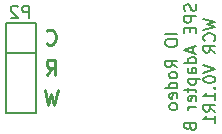
<source format=gbr>
%TF.GenerationSoftware,KiCad,Pcbnew,7.0.10-7.0.10~ubuntu22.04.1*%
%TF.CreationDate,2024-09-08T18:38:02-07:00*%
%TF.ProjectId,SPE_adapter_B_WCR,5350455f-6164-4617-9074-65725f425f57,rev?*%
%TF.SameCoordinates,Original*%
%TF.FileFunction,Legend,Bot*%
%TF.FilePolarity,Positive*%
%FSLAX46Y46*%
G04 Gerber Fmt 4.6, Leading zero omitted, Abs format (unit mm)*
G04 Created by KiCad (PCBNEW 7.0.10-7.0.10~ubuntu22.04.1) date 2024-09-08 18:38:02*
%MOMM*%
%LPD*%
G01*
G04 APERTURE LIST*
%ADD10C,0.254000*%
%ADD11C,0.200000*%
%ADD12C,0.152400*%
G04 APERTURE END LIST*
D10*
X108675714Y-116144318D02*
X108978095Y-117414318D01*
X108978095Y-117414318D02*
X109220000Y-116507175D01*
X109220000Y-116507175D02*
X109461905Y-117414318D01*
X109461905Y-117414318D02*
X109764286Y-116144318D01*
X108826904Y-112213365D02*
X108887380Y-112273842D01*
X108887380Y-112273842D02*
X109068809Y-112334318D01*
X109068809Y-112334318D02*
X109189761Y-112334318D01*
X109189761Y-112334318D02*
X109371190Y-112273842D01*
X109371190Y-112273842D02*
X109492142Y-112152889D01*
X109492142Y-112152889D02*
X109552619Y-112031937D01*
X109552619Y-112031937D02*
X109613095Y-111790032D01*
X109613095Y-111790032D02*
X109613095Y-111608603D01*
X109613095Y-111608603D02*
X109552619Y-111366699D01*
X109552619Y-111366699D02*
X109492142Y-111245746D01*
X109492142Y-111245746D02*
X109371190Y-111124794D01*
X109371190Y-111124794D02*
X109189761Y-111064318D01*
X109189761Y-111064318D02*
X109068809Y-111064318D01*
X109068809Y-111064318D02*
X108887380Y-111124794D01*
X108887380Y-111124794D02*
X108826904Y-111185270D01*
D11*
X119892219Y-111409524D02*
X118892219Y-111409524D01*
X118892219Y-112076190D02*
X118892219Y-112266666D01*
X118892219Y-112266666D02*
X118939838Y-112361904D01*
X118939838Y-112361904D02*
X119035076Y-112457142D01*
X119035076Y-112457142D02*
X119225552Y-112504761D01*
X119225552Y-112504761D02*
X119558885Y-112504761D01*
X119558885Y-112504761D02*
X119749361Y-112457142D01*
X119749361Y-112457142D02*
X119844600Y-112361904D01*
X119844600Y-112361904D02*
X119892219Y-112266666D01*
X119892219Y-112266666D02*
X119892219Y-112076190D01*
X119892219Y-112076190D02*
X119844600Y-111980952D01*
X119844600Y-111980952D02*
X119749361Y-111885714D01*
X119749361Y-111885714D02*
X119558885Y-111838095D01*
X119558885Y-111838095D02*
X119225552Y-111838095D01*
X119225552Y-111838095D02*
X119035076Y-111885714D01*
X119035076Y-111885714D02*
X118939838Y-111980952D01*
X118939838Y-111980952D02*
X118892219Y-112076190D01*
X119892219Y-114266666D02*
X119416028Y-113933333D01*
X119892219Y-113695238D02*
X118892219Y-113695238D01*
X118892219Y-113695238D02*
X118892219Y-114076190D01*
X118892219Y-114076190D02*
X118939838Y-114171428D01*
X118939838Y-114171428D02*
X118987457Y-114219047D01*
X118987457Y-114219047D02*
X119082695Y-114266666D01*
X119082695Y-114266666D02*
X119225552Y-114266666D01*
X119225552Y-114266666D02*
X119320790Y-114219047D01*
X119320790Y-114219047D02*
X119368409Y-114171428D01*
X119368409Y-114171428D02*
X119416028Y-114076190D01*
X119416028Y-114076190D02*
X119416028Y-113695238D01*
X119892219Y-114838095D02*
X119844600Y-114742857D01*
X119844600Y-114742857D02*
X119796980Y-114695238D01*
X119796980Y-114695238D02*
X119701742Y-114647619D01*
X119701742Y-114647619D02*
X119416028Y-114647619D01*
X119416028Y-114647619D02*
X119320790Y-114695238D01*
X119320790Y-114695238D02*
X119273171Y-114742857D01*
X119273171Y-114742857D02*
X119225552Y-114838095D01*
X119225552Y-114838095D02*
X119225552Y-114980952D01*
X119225552Y-114980952D02*
X119273171Y-115076190D01*
X119273171Y-115076190D02*
X119320790Y-115123809D01*
X119320790Y-115123809D02*
X119416028Y-115171428D01*
X119416028Y-115171428D02*
X119701742Y-115171428D01*
X119701742Y-115171428D02*
X119796980Y-115123809D01*
X119796980Y-115123809D02*
X119844600Y-115076190D01*
X119844600Y-115076190D02*
X119892219Y-114980952D01*
X119892219Y-114980952D02*
X119892219Y-114838095D01*
X119892219Y-116028571D02*
X118892219Y-116028571D01*
X119844600Y-116028571D02*
X119892219Y-115933333D01*
X119892219Y-115933333D02*
X119892219Y-115742857D01*
X119892219Y-115742857D02*
X119844600Y-115647619D01*
X119844600Y-115647619D02*
X119796980Y-115600000D01*
X119796980Y-115600000D02*
X119701742Y-115552381D01*
X119701742Y-115552381D02*
X119416028Y-115552381D01*
X119416028Y-115552381D02*
X119320790Y-115600000D01*
X119320790Y-115600000D02*
X119273171Y-115647619D01*
X119273171Y-115647619D02*
X119225552Y-115742857D01*
X119225552Y-115742857D02*
X119225552Y-115933333D01*
X119225552Y-115933333D02*
X119273171Y-116028571D01*
X119844600Y-116885714D02*
X119892219Y-116790476D01*
X119892219Y-116790476D02*
X119892219Y-116600000D01*
X119892219Y-116600000D02*
X119844600Y-116504762D01*
X119844600Y-116504762D02*
X119749361Y-116457143D01*
X119749361Y-116457143D02*
X119368409Y-116457143D01*
X119368409Y-116457143D02*
X119273171Y-116504762D01*
X119273171Y-116504762D02*
X119225552Y-116600000D01*
X119225552Y-116600000D02*
X119225552Y-116790476D01*
X119225552Y-116790476D02*
X119273171Y-116885714D01*
X119273171Y-116885714D02*
X119368409Y-116933333D01*
X119368409Y-116933333D02*
X119463647Y-116933333D01*
X119463647Y-116933333D02*
X119558885Y-116457143D01*
X119892219Y-117504762D02*
X119844600Y-117409524D01*
X119844600Y-117409524D02*
X119796980Y-117361905D01*
X119796980Y-117361905D02*
X119701742Y-117314286D01*
X119701742Y-117314286D02*
X119416028Y-117314286D01*
X119416028Y-117314286D02*
X119320790Y-117361905D01*
X119320790Y-117361905D02*
X119273171Y-117409524D01*
X119273171Y-117409524D02*
X119225552Y-117504762D01*
X119225552Y-117504762D02*
X119225552Y-117647619D01*
X119225552Y-117647619D02*
X119273171Y-117742857D01*
X119273171Y-117742857D02*
X119320790Y-117790476D01*
X119320790Y-117790476D02*
X119416028Y-117838095D01*
X119416028Y-117838095D02*
X119701742Y-117838095D01*
X119701742Y-117838095D02*
X119796980Y-117790476D01*
X119796980Y-117790476D02*
X119844600Y-117742857D01*
X119844600Y-117742857D02*
X119892219Y-117647619D01*
X119892219Y-117647619D02*
X119892219Y-117504762D01*
X121454600Y-108909523D02*
X121502219Y-109052380D01*
X121502219Y-109052380D02*
X121502219Y-109290475D01*
X121502219Y-109290475D02*
X121454600Y-109385713D01*
X121454600Y-109385713D02*
X121406980Y-109433332D01*
X121406980Y-109433332D02*
X121311742Y-109480951D01*
X121311742Y-109480951D02*
X121216504Y-109480951D01*
X121216504Y-109480951D02*
X121121266Y-109433332D01*
X121121266Y-109433332D02*
X121073647Y-109385713D01*
X121073647Y-109385713D02*
X121026028Y-109290475D01*
X121026028Y-109290475D02*
X120978409Y-109099999D01*
X120978409Y-109099999D02*
X120930790Y-109004761D01*
X120930790Y-109004761D02*
X120883171Y-108957142D01*
X120883171Y-108957142D02*
X120787933Y-108909523D01*
X120787933Y-108909523D02*
X120692695Y-108909523D01*
X120692695Y-108909523D02*
X120597457Y-108957142D01*
X120597457Y-108957142D02*
X120549838Y-109004761D01*
X120549838Y-109004761D02*
X120502219Y-109099999D01*
X120502219Y-109099999D02*
X120502219Y-109338094D01*
X120502219Y-109338094D02*
X120549838Y-109480951D01*
X121502219Y-109909523D02*
X120502219Y-109909523D01*
X120502219Y-109909523D02*
X120502219Y-110290475D01*
X120502219Y-110290475D02*
X120549838Y-110385713D01*
X120549838Y-110385713D02*
X120597457Y-110433332D01*
X120597457Y-110433332D02*
X120692695Y-110480951D01*
X120692695Y-110480951D02*
X120835552Y-110480951D01*
X120835552Y-110480951D02*
X120930790Y-110433332D01*
X120930790Y-110433332D02*
X120978409Y-110385713D01*
X120978409Y-110385713D02*
X121026028Y-110290475D01*
X121026028Y-110290475D02*
X121026028Y-109909523D01*
X120978409Y-110909523D02*
X120978409Y-111242856D01*
X121502219Y-111385713D02*
X121502219Y-110909523D01*
X121502219Y-110909523D02*
X120502219Y-110909523D01*
X120502219Y-110909523D02*
X120502219Y-111385713D01*
X121216504Y-112528571D02*
X121216504Y-113004761D01*
X121502219Y-112433333D02*
X120502219Y-112766666D01*
X120502219Y-112766666D02*
X121502219Y-113099999D01*
X121502219Y-113861904D02*
X120502219Y-113861904D01*
X121454600Y-113861904D02*
X121502219Y-113766666D01*
X121502219Y-113766666D02*
X121502219Y-113576190D01*
X121502219Y-113576190D02*
X121454600Y-113480952D01*
X121454600Y-113480952D02*
X121406980Y-113433333D01*
X121406980Y-113433333D02*
X121311742Y-113385714D01*
X121311742Y-113385714D02*
X121026028Y-113385714D01*
X121026028Y-113385714D02*
X120930790Y-113433333D01*
X120930790Y-113433333D02*
X120883171Y-113480952D01*
X120883171Y-113480952D02*
X120835552Y-113576190D01*
X120835552Y-113576190D02*
X120835552Y-113766666D01*
X120835552Y-113766666D02*
X120883171Y-113861904D01*
X121502219Y-114766666D02*
X120978409Y-114766666D01*
X120978409Y-114766666D02*
X120883171Y-114719047D01*
X120883171Y-114719047D02*
X120835552Y-114623809D01*
X120835552Y-114623809D02*
X120835552Y-114433333D01*
X120835552Y-114433333D02*
X120883171Y-114338095D01*
X121454600Y-114766666D02*
X121502219Y-114671428D01*
X121502219Y-114671428D02*
X121502219Y-114433333D01*
X121502219Y-114433333D02*
X121454600Y-114338095D01*
X121454600Y-114338095D02*
X121359361Y-114290476D01*
X121359361Y-114290476D02*
X121264123Y-114290476D01*
X121264123Y-114290476D02*
X121168885Y-114338095D01*
X121168885Y-114338095D02*
X121121266Y-114433333D01*
X121121266Y-114433333D02*
X121121266Y-114671428D01*
X121121266Y-114671428D02*
X121073647Y-114766666D01*
X120835552Y-115242857D02*
X121835552Y-115242857D01*
X120883171Y-115242857D02*
X120835552Y-115338095D01*
X120835552Y-115338095D02*
X120835552Y-115528571D01*
X120835552Y-115528571D02*
X120883171Y-115623809D01*
X120883171Y-115623809D02*
X120930790Y-115671428D01*
X120930790Y-115671428D02*
X121026028Y-115719047D01*
X121026028Y-115719047D02*
X121311742Y-115719047D01*
X121311742Y-115719047D02*
X121406980Y-115671428D01*
X121406980Y-115671428D02*
X121454600Y-115623809D01*
X121454600Y-115623809D02*
X121502219Y-115528571D01*
X121502219Y-115528571D02*
X121502219Y-115338095D01*
X121502219Y-115338095D02*
X121454600Y-115242857D01*
X120835552Y-116004762D02*
X120835552Y-116385714D01*
X120502219Y-116147619D02*
X121359361Y-116147619D01*
X121359361Y-116147619D02*
X121454600Y-116195238D01*
X121454600Y-116195238D02*
X121502219Y-116290476D01*
X121502219Y-116290476D02*
X121502219Y-116385714D01*
X121454600Y-117100000D02*
X121502219Y-117004762D01*
X121502219Y-117004762D02*
X121502219Y-116814286D01*
X121502219Y-116814286D02*
X121454600Y-116719048D01*
X121454600Y-116719048D02*
X121359361Y-116671429D01*
X121359361Y-116671429D02*
X120978409Y-116671429D01*
X120978409Y-116671429D02*
X120883171Y-116719048D01*
X120883171Y-116719048D02*
X120835552Y-116814286D01*
X120835552Y-116814286D02*
X120835552Y-117004762D01*
X120835552Y-117004762D02*
X120883171Y-117100000D01*
X120883171Y-117100000D02*
X120978409Y-117147619D01*
X120978409Y-117147619D02*
X121073647Y-117147619D01*
X121073647Y-117147619D02*
X121168885Y-116671429D01*
X121502219Y-117576191D02*
X120835552Y-117576191D01*
X121026028Y-117576191D02*
X120930790Y-117623810D01*
X120930790Y-117623810D02*
X120883171Y-117671429D01*
X120883171Y-117671429D02*
X120835552Y-117766667D01*
X120835552Y-117766667D02*
X120835552Y-117861905D01*
X120978409Y-119290477D02*
X121026028Y-119433334D01*
X121026028Y-119433334D02*
X121073647Y-119480953D01*
X121073647Y-119480953D02*
X121168885Y-119528572D01*
X121168885Y-119528572D02*
X121311742Y-119528572D01*
X121311742Y-119528572D02*
X121406980Y-119480953D01*
X121406980Y-119480953D02*
X121454600Y-119433334D01*
X121454600Y-119433334D02*
X121502219Y-119338096D01*
X121502219Y-119338096D02*
X121502219Y-118957144D01*
X121502219Y-118957144D02*
X120502219Y-118957144D01*
X120502219Y-118957144D02*
X120502219Y-119290477D01*
X120502219Y-119290477D02*
X120549838Y-119385715D01*
X120549838Y-119385715D02*
X120597457Y-119433334D01*
X120597457Y-119433334D02*
X120692695Y-119480953D01*
X120692695Y-119480953D02*
X120787933Y-119480953D01*
X120787933Y-119480953D02*
X120883171Y-119433334D01*
X120883171Y-119433334D02*
X120930790Y-119385715D01*
X120930790Y-119385715D02*
X120978409Y-119290477D01*
X120978409Y-119290477D02*
X120978409Y-118957144D01*
X122112219Y-110195238D02*
X123112219Y-110433333D01*
X123112219Y-110433333D02*
X122397933Y-110623809D01*
X122397933Y-110623809D02*
X123112219Y-110814285D01*
X123112219Y-110814285D02*
X122112219Y-111052381D01*
X123016980Y-112004761D02*
X123064600Y-111957142D01*
X123064600Y-111957142D02*
X123112219Y-111814285D01*
X123112219Y-111814285D02*
X123112219Y-111719047D01*
X123112219Y-111719047D02*
X123064600Y-111576190D01*
X123064600Y-111576190D02*
X122969361Y-111480952D01*
X122969361Y-111480952D02*
X122874123Y-111433333D01*
X122874123Y-111433333D02*
X122683647Y-111385714D01*
X122683647Y-111385714D02*
X122540790Y-111385714D01*
X122540790Y-111385714D02*
X122350314Y-111433333D01*
X122350314Y-111433333D02*
X122255076Y-111480952D01*
X122255076Y-111480952D02*
X122159838Y-111576190D01*
X122159838Y-111576190D02*
X122112219Y-111719047D01*
X122112219Y-111719047D02*
X122112219Y-111814285D01*
X122112219Y-111814285D02*
X122159838Y-111957142D01*
X122159838Y-111957142D02*
X122207457Y-112004761D01*
X123112219Y-113004761D02*
X122636028Y-112671428D01*
X123112219Y-112433333D02*
X122112219Y-112433333D01*
X122112219Y-112433333D02*
X122112219Y-112814285D01*
X122112219Y-112814285D02*
X122159838Y-112909523D01*
X122159838Y-112909523D02*
X122207457Y-112957142D01*
X122207457Y-112957142D02*
X122302695Y-113004761D01*
X122302695Y-113004761D02*
X122445552Y-113004761D01*
X122445552Y-113004761D02*
X122540790Y-112957142D01*
X122540790Y-112957142D02*
X122588409Y-112909523D01*
X122588409Y-112909523D02*
X122636028Y-112814285D01*
X122636028Y-112814285D02*
X122636028Y-112433333D01*
X122112219Y-114052381D02*
X123112219Y-114385714D01*
X123112219Y-114385714D02*
X122112219Y-114719047D01*
X122112219Y-115242857D02*
X122112219Y-115338095D01*
X122112219Y-115338095D02*
X122159838Y-115433333D01*
X122159838Y-115433333D02*
X122207457Y-115480952D01*
X122207457Y-115480952D02*
X122302695Y-115528571D01*
X122302695Y-115528571D02*
X122493171Y-115576190D01*
X122493171Y-115576190D02*
X122731266Y-115576190D01*
X122731266Y-115576190D02*
X122921742Y-115528571D01*
X122921742Y-115528571D02*
X123016980Y-115480952D01*
X123016980Y-115480952D02*
X123064600Y-115433333D01*
X123064600Y-115433333D02*
X123112219Y-115338095D01*
X123112219Y-115338095D02*
X123112219Y-115242857D01*
X123112219Y-115242857D02*
X123064600Y-115147619D01*
X123064600Y-115147619D02*
X123016980Y-115100000D01*
X123016980Y-115100000D02*
X122921742Y-115052381D01*
X122921742Y-115052381D02*
X122731266Y-115004762D01*
X122731266Y-115004762D02*
X122493171Y-115004762D01*
X122493171Y-115004762D02*
X122302695Y-115052381D01*
X122302695Y-115052381D02*
X122207457Y-115100000D01*
X122207457Y-115100000D02*
X122159838Y-115147619D01*
X122159838Y-115147619D02*
X122112219Y-115242857D01*
X123016980Y-116004762D02*
X123064600Y-116052381D01*
X123064600Y-116052381D02*
X123112219Y-116004762D01*
X123112219Y-116004762D02*
X123064600Y-115957143D01*
X123064600Y-115957143D02*
X123016980Y-116004762D01*
X123016980Y-116004762D02*
X123112219Y-116004762D01*
X123112219Y-117004761D02*
X123112219Y-116433333D01*
X123112219Y-116719047D02*
X122112219Y-116719047D01*
X122112219Y-116719047D02*
X122255076Y-116623809D01*
X122255076Y-116623809D02*
X122350314Y-116528571D01*
X122350314Y-116528571D02*
X122397933Y-116433333D01*
X123112219Y-118004761D02*
X122636028Y-117671428D01*
X123112219Y-117433333D02*
X122112219Y-117433333D01*
X122112219Y-117433333D02*
X122112219Y-117814285D01*
X122112219Y-117814285D02*
X122159838Y-117909523D01*
X122159838Y-117909523D02*
X122207457Y-117957142D01*
X122207457Y-117957142D02*
X122302695Y-118004761D01*
X122302695Y-118004761D02*
X122445552Y-118004761D01*
X122445552Y-118004761D02*
X122540790Y-117957142D01*
X122540790Y-117957142D02*
X122588409Y-117909523D01*
X122588409Y-117909523D02*
X122636028Y-117814285D01*
X122636028Y-117814285D02*
X122636028Y-117433333D01*
X123112219Y-118957142D02*
X123112219Y-118385714D01*
X123112219Y-118671428D02*
X122112219Y-118671428D01*
X122112219Y-118671428D02*
X122255076Y-118576190D01*
X122255076Y-118576190D02*
X122350314Y-118480952D01*
X122350314Y-118480952D02*
X122397933Y-118385714D01*
D10*
X108826904Y-114874318D02*
X109250238Y-114269556D01*
X109552619Y-114874318D02*
X109552619Y-113604318D01*
X109552619Y-113604318D02*
X109068809Y-113604318D01*
X109068809Y-113604318D02*
X108947857Y-113664794D01*
X108947857Y-113664794D02*
X108887380Y-113725270D01*
X108887380Y-113725270D02*
X108826904Y-113846222D01*
X108826904Y-113846222D02*
X108826904Y-114027651D01*
X108826904Y-114027651D02*
X108887380Y-114148603D01*
X108887380Y-114148603D02*
X108947857Y-114209080D01*
X108947857Y-114209080D02*
X109068809Y-114269556D01*
X109068809Y-114269556D02*
X109552619Y-114269556D01*
D12*
X107351164Y-110063095D02*
X107351164Y-109047095D01*
X107351164Y-109047095D02*
X106964116Y-109047095D01*
X106964116Y-109047095D02*
X106867354Y-109095476D01*
X106867354Y-109095476D02*
X106818973Y-109143857D01*
X106818973Y-109143857D02*
X106770592Y-109240619D01*
X106770592Y-109240619D02*
X106770592Y-109385762D01*
X106770592Y-109385762D02*
X106818973Y-109482524D01*
X106818973Y-109482524D02*
X106867354Y-109530905D01*
X106867354Y-109530905D02*
X106964116Y-109579286D01*
X106964116Y-109579286D02*
X107351164Y-109579286D01*
X106383545Y-109143857D02*
X106335164Y-109095476D01*
X106335164Y-109095476D02*
X106238402Y-109047095D01*
X106238402Y-109047095D02*
X105996497Y-109047095D01*
X105996497Y-109047095D02*
X105899735Y-109095476D01*
X105899735Y-109095476D02*
X105851354Y-109143857D01*
X105851354Y-109143857D02*
X105802973Y-109240619D01*
X105802973Y-109240619D02*
X105802973Y-109337381D01*
X105802973Y-109337381D02*
X105851354Y-109482524D01*
X105851354Y-109482524D02*
X106431926Y-110063095D01*
X106431926Y-110063095D02*
X105802973Y-110063095D01*
%TO.C,P2*%
X107950000Y-110490000D02*
X105410000Y-110490000D01*
X105410000Y-110490000D02*
X105410000Y-118110000D01*
X105410000Y-113030000D02*
X107950000Y-113030000D01*
X107950000Y-118110000D02*
X107950000Y-110490000D01*
X105410000Y-118110000D02*
X107950000Y-118110000D01*
%TD*%
M02*

</source>
